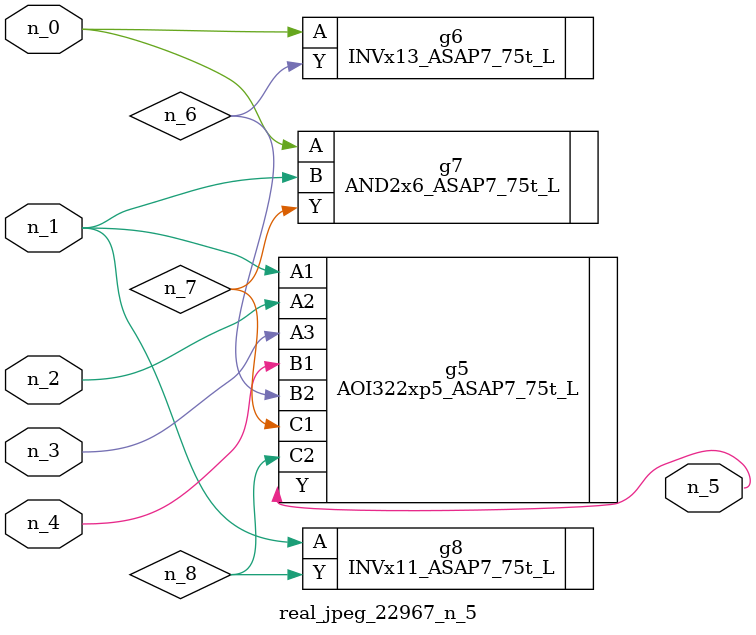
<source format=v>
module real_jpeg_22967_n_5 (n_4, n_0, n_1, n_2, n_3, n_5);

input n_4;
input n_0;
input n_1;
input n_2;
input n_3;

output n_5;

wire n_8;
wire n_6;
wire n_7;

INVx13_ASAP7_75t_L g6 ( 
.A(n_0),
.Y(n_6)
);

AND2x6_ASAP7_75t_L g7 ( 
.A(n_0),
.B(n_1),
.Y(n_7)
);

AOI322xp5_ASAP7_75t_L g5 ( 
.A1(n_1),
.A2(n_2),
.A3(n_3),
.B1(n_4),
.B2(n_6),
.C1(n_7),
.C2(n_8),
.Y(n_5)
);

INVx11_ASAP7_75t_L g8 ( 
.A(n_1),
.Y(n_8)
);


endmodule
</source>
